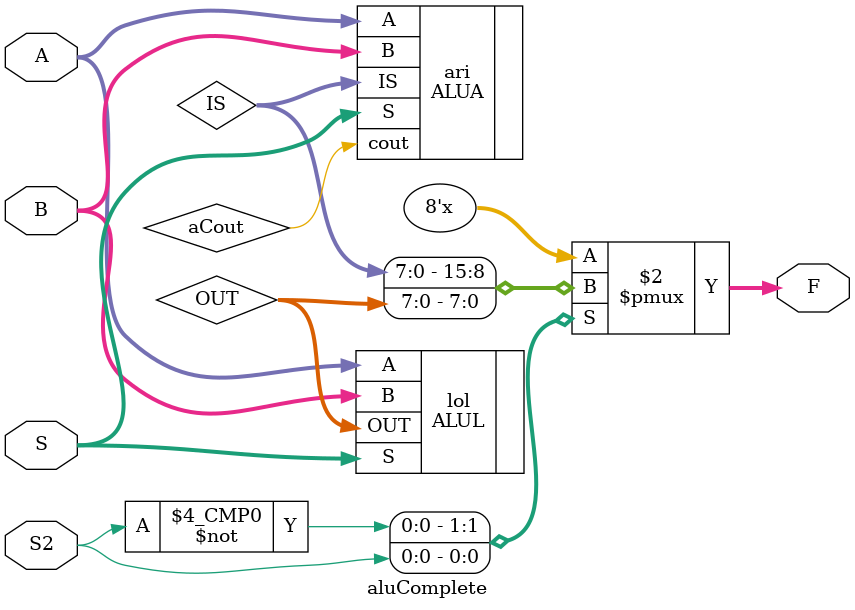
<source format=v>
module aluComplete(
	input [7:0] A,
	input [7:0] B,
	input [1:0] S, // Internal selector (Y,Z)
	input S2, // External selector (X)
	output reg [7:0]F // Final Output
);

wire [7:0]IS;
wire [7:0]OUT;
wire aCout;


ALUA ari(.A(A),.B(B),.S(S),.IS(IS),.cout(aCout));
ALUL lol(.A(A),.B(B),.S(S),.OUT(OUT));

always@(*)
	begin
		case(S2)
			1'b0: F = IS;
			1'b1: F = OUT;
			default: F = IS;
		endcase
	end




endmodule

</source>
